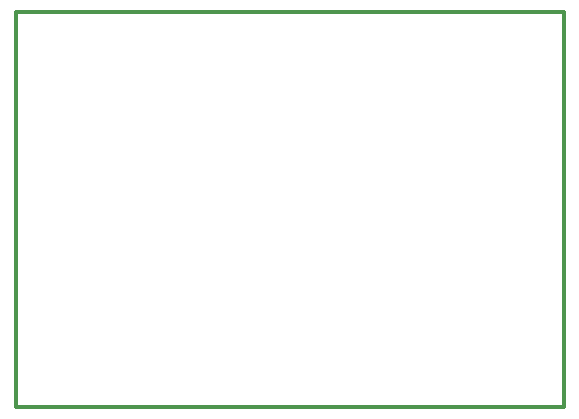
<source format=gko>
G04*
G04 #@! TF.GenerationSoftware,Altium Limited,Altium Designer,20.0.13 (296)*
G04*
G04 Layer_Color=16711935*
%FSLAX44Y44*%
%MOMM*%
G71*
G01*
G75*
%ADD36C,0.3000*%
D36*
X0Y0D02*
X464000D01*
Y335000D01*
X0D02*
X464000D01*
X0Y0D02*
Y335000D01*
M02*

</source>
